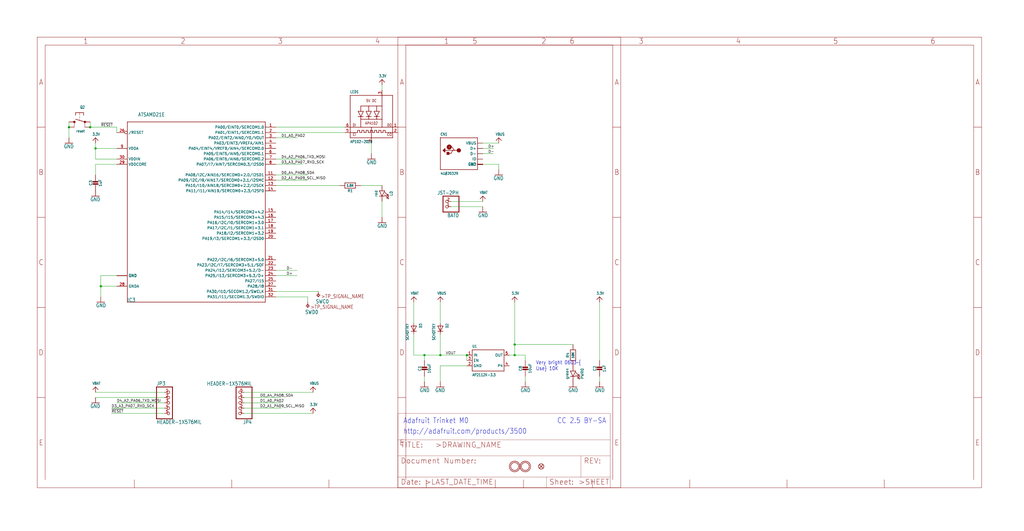
<source format=kicad_sch>
(kicad_sch (version 20211123) (generator eeschema)
  (paper "User" 490.22 254.406)
  (lib_symbols
    (symbol "eagleSchem-eagle-import:3.3V" (power)
      (property "Value" "3.3V" (at -1.524 1.016 0))
      (symbol "3.3V_1_0"
        (polyline (pts (xy -1.27 -1.27) (xy 0 0)) (stroke (width 0.254)))
        (polyline (pts (xy 0 0) (xy 1.27 -1.27)) (stroke (width 0.254)))
        (pin power_in line (at 0 -2.54 90) (length 2.54) (name "3.3V") (number "1"))
      )
    )
    (symbol "eagleSchem-eagle-import:APA1022020"
      (property "Value" "APA1022020" (at -10.16 -12.7 0))
      (symbol "APA1022020_1_0"
        (polyline (pts (xy -10.16 -10.16) (xy 0 -10.16)) (stroke (width 0.254)))
        (polyline (pts (xy -10.16 -7.62) (xy -10.16 -10.16)) (stroke (width 0.254)))
        (polyline (pts (xy -10.16 -7.62) (xy -6.604 -7.62)) (stroke (width 0.254)))
        (polyline (pts (xy -10.16 -5.08) (xy -10.16 -7.62)) (stroke (width 0.254)))
        (polyline (pts (xy -10.16 10.16) (xy -10.16 -5.08)) (stroke (width 0.254)))
        (polyline (pts (xy -6.604 -7.62) (xy -6.604 -6.604)) (stroke (width 0.254)))
        (polyline (pts (xy -6.604 -6.604) (xy -5.588 -6.604)) (stroke (width 0.254)))
        (polyline (pts (xy -6.35 0) (xy -5.08 0)) (stroke (width 0.254)))
        (polyline (pts (xy -6.35 2.54) (xy -5.08 2.54)) (stroke (width 0.254)))
        (polyline (pts (xy -5.588 -7.62) (xy -4.572 -7.62)) (stroke (width 0.254)))
        (polyline (pts (xy -5.588 -6.604) (xy -5.588 -7.62)) (stroke (width 0.254)))
        (polyline (pts (xy -5.08 -5.08) (xy -10.16 -5.08)) (stroke (width 0.254)))
        (polyline (pts (xy -5.08 -5.08) (xy 0 -5.08)) (stroke (width 0.254)))
        (polyline (pts (xy -5.08 -1.27) (xy -5.08 -5.08)) (stroke (width 0.254)))
        (polyline (pts (xy -5.08 0) (xy -6.35 2.54)) (stroke (width 0.254)))
        (polyline (pts (xy -5.08 0) (xy -5.08 -1.27)) (stroke (width 0.254)))
        (polyline (pts (xy -5.08 0) (xy -3.81 2.54)) (stroke (width 0.254)))
        (polyline (pts (xy -5.08 2.54) (xy -3.81 2.54)) (stroke (width 0.254)))
        (polyline (pts (xy -5.08 5.08) (xy -5.08 2.54)) (stroke (width 0.254)))
        (polyline (pts (xy -4.572 -7.62) (xy -4.572 -6.604)) (stroke (width 0.254)))
        (polyline (pts (xy -4.572 -6.604) (xy -3.556 -6.604)) (stroke (width 0.254)))
        (polyline (pts (xy -3.81 0) (xy -5.08 0)) (stroke (width 0.254)))
        (polyline (pts (xy -3.556 -7.62) (xy -2.54 -7.62)) (stroke (width 0.254)))
        (polyline (pts (xy -3.556 -6.604) (xy -3.556 -7.62)) (stroke (width 0.254)))
        (polyline (pts (xy -2.54 -7.62) (xy -2.54 -6.604)) (stroke (width 0.254)))
        (polyline (pts (xy -2.54 -6.604) (xy -1.524 -6.604)) (stroke (width 0.254)))
        (polyline (pts (xy -2.54 0) (xy -1.27 0)) (stroke (width 0.254)))
        (polyline (pts (xy -2.54 2.54) (xy 0 2.54)) (stroke (width 0.254)))
        (polyline (pts (xy -1.524 -7.62) (xy -0.508 -7.62)) (stroke (width 0.254)))
        (polyline (pts (xy -1.524 -6.604) (xy -1.524 -7.62)) (stroke (width 0.254)))
        (polyline (pts (xy -1.27 -1.27) (xy -5.08 -1.27)) (stroke (width 0.254)))
        (polyline (pts (xy -1.27 0) (xy -2.54 2.54)) (stroke (width 0.254)))
        (polyline (pts (xy -1.27 0) (xy -1.27 -1.27)) (stroke (width 0.254)))
        (polyline (pts (xy -1.27 0) (xy 0 0)) (stroke (width 0.254)))
        (polyline (pts (xy -1.27 2.54) (xy -1.27 5.08)) (stroke (width 0.254)))
        (polyline (pts (xy -1.27 5.08) (xy -5.08 5.08)) (stroke (width 0.254)))
        (polyline (pts (xy -0.508 -7.62) (xy -0.508 -6.604)) (stroke (width 0.254)))
        (polyline (pts (xy -0.508 -6.604) (xy 0.508 -6.604)) (stroke (width 0.254)))
        (polyline (pts (xy 0 -10.16) (xy 10.16 -10.16)) (stroke (width 0.254)))
        (polyline (pts (xy 0 -5.08) (xy 0 -10.16)) (stroke (width 0.254)))
        (polyline (pts (xy 0 -5.08) (xy 5.08 -5.08)) (stroke (width 0.254)))
        (polyline (pts (xy 0 2.54) (xy -1.27 0)) (stroke (width 0.254)))
        (polyline (pts (xy 0.508 -7.62) (xy 1.524 -7.62)) (stroke (width 0.254)))
        (polyline (pts (xy 0.508 -6.604) (xy 0.508 -7.62)) (stroke (width 0.254)))
        (polyline (pts (xy 1.27 2.54) (xy 2.54 0)) (stroke (width 0.254)))
        (polyline (pts (xy 1.27 2.54) (xy 2.54 2.54)) (stroke (width 0.254)))
        (polyline (pts (xy 1.524 -7.62) (xy 1.524 -6.604)) (stroke (width 0.254)))
        (polyline (pts (xy 1.524 -6.604) (xy 2.54 -6.604)) (stroke (width 0.254)))
        (polyline (pts (xy 2.54 -7.62) (xy 3.556 -7.62)) (stroke (width 0.254)))
        (polyline (pts (xy 2.54 -6.604) (xy 2.54 -7.62)) (stroke (width 0.254)))
        (polyline (pts (xy 2.54 -1.27) (xy -1.27 -1.27)) (stroke (width 0.254)))
        (polyline (pts (xy 2.54 0) (xy 1.27 0)) (stroke (width 0.254)))
        (polyline (pts (xy 2.54 0) (xy 2.54 -1.27)) (stroke (width 0.254)))
        (polyline (pts (xy 2.54 0) (xy 3.81 0)) (stroke (width 0.254)))
        (polyline (pts (xy 2.54 0) (xy 3.81 2.54)) (stroke (width 0.254)))
        (polyline (pts (xy 2.54 2.54) (xy 2.54 5.08)) (stroke (width 0.254)))
        (polyline (pts (xy 2.54 5.08) (xy -1.27 5.08)) (stroke (width 0.254)))
        (polyline (pts (xy 2.54 5.08) (xy 5.08 5.08)) (stroke (width 0.254)))
        (polyline (pts (xy 3.556 -7.62) (xy 3.556 -6.604)) (stroke (width 0.254)))
        (polyline (pts (xy 3.556 -6.604) (xy 4.572 -6.604)) (stroke (width 0.254)))
        (polyline (pts (xy 3.81 2.54) (xy 2.54 2.54)) (stroke (width 0.254)))
        (polyline (pts (xy 4.572 -7.62) (xy 5.588 -7.62)) (stroke (width 0.254)))
        (polyline (pts (xy 4.572 -6.604) (xy 4.572 -7.62)) (stroke (width 0.254)))
        (polyline (pts (xy 5.08 -5.08) (xy 5.08 -1.27)) (stroke (width 0.254)))
        (polyline (pts (xy 5.08 -5.08) (xy 10.16 -5.08)) (stroke (width 0.254)))
        (polyline (pts (xy 5.08 -1.27) (xy 2.54 -1.27)) (stroke (width 0.254)))
        (polyline (pts (xy 5.08 5.08) (xy 5.08 -1.27)) (stroke (width 0.254)))
        (polyline (pts (xy 5.08 10.16) (xy -10.16 10.16)) (stroke (width 0.254)))
        (polyline (pts (xy 5.08 10.16) (xy 5.08 5.08)) (stroke (width 0.254)))
        (polyline (pts (xy 5.588 -7.62) (xy 5.588 -6.604)) (stroke (width 0.254)))
        (polyline (pts (xy 5.588 -6.604) (xy 6.604 -6.604)) (stroke (width 0.254)))
        (polyline (pts (xy 6.604 -7.62) (xy 10.16 -7.62)) (stroke (width 0.254)))
        (polyline (pts (xy 6.604 -6.604) (xy 6.604 -7.62)) (stroke (width 0.254)))
        (polyline (pts (xy 10.16 -10.16) (xy 10.16 -7.62)) (stroke (width 0.254)))
        (polyline (pts (xy 10.16 -7.62) (xy 10.16 -5.08)) (stroke (width 0.254)))
        (polyline (pts (xy 10.16 -5.08) (xy 10.16 10.16)) (stroke (width 0.254)))
        (polyline (pts (xy 10.16 10.16) (xy 5.08 10.16)) (stroke (width 0.254)))
        (text "5V DC" (at 0 7.62 0) (effects (font (size 1.27 1.0795))))
        (text "APA102" (at 0 -3.175 0) (effects (font (size 1.27 1.0795))))
        (text "CI" (at -8.128 -8.636 0) (effects (font (size 1.27 1.0795))))
        (text "CO" (at 8.636 -8.636 0) (effects (font (size 1.27 1.0795))))
        (text "DI" (at -8.128 -4.064 0) (effects (font (size 1.27 1.0795))))
        (text "DO" (at 8.636 -4.064 0) (effects (font (size 1.27 1.0795))))
        (pin output line (at 12.7 -5.08 180) (length 2.54) (name "DO") (number "1"))
        (pin output line (at 12.7 -7.62 180) (length 2.54) (name "CKO") (number "2"))
        (pin power_in line (at 5.08 12.7 270) (length 2.54) (name "VDD") (number "3"))
        (pin power_in line (at 0 -12.7 90) (length 2.54) (name "GND") (number "4"))
        (pin input line (at -12.7 -7.62 0) (length 2.54) (name "CKI") (number "5"))
        (pin input line (at -12.7 -5.08 0) (length 2.54) (name "DI") (number "6"))
      )
    )
    (symbol "eagleSchem-eagle-import:ATSAMD21E"
      (property "Reference" "IC" (at -35.56 -43.18 0))
      (property "Value" "ATSAMD21E" (at -30.48 45.72 0))
      (symbol "ATSAMD21E_1_0"
        (polyline (pts (xy -35.56 -43.18) (xy -35.56 43.18)) (stroke (width 0.254)))
        (polyline (pts (xy -35.56 43.18) (xy 30.48 43.18)) (stroke (width 0.254)))
        (polyline (pts (xy 30.48 -43.18) (xy -35.56 -43.18)) (stroke (width 0.254)))
        (polyline (pts (xy 30.48 43.18) (xy 30.48 -43.18)) (stroke (width 0.254)))
        (pin bidirectional line (at 35.56 40.64 180) (length 5.08) (name "PA00/EINT0/SERCOM1.0") (number "1"))
        (pin power_in line (at -40.64 -30.48 0) (length 5.08) (name "GND") (number "10"))
        (pin bidirectional line (at 35.56 17.78 180) (length 5.08) (name "PA08/I2C/AIN16/SERCOM0+2.0/I2SD1") (number "11"))
        (pin bidirectional line (at 35.56 15.24 180) (length 5.08) (name "PA09/I2C/I9/AIN17/SERCOM0+2.1/I2SMC") (number "12"))
        (pin bidirectional line (at 35.56 12.7 180) (length 5.08) (name "PA10/I10/AIN18/SERCOM0+2.2/I2SCK") (number "13"))
        (pin bidirectional line (at 35.56 10.16 180) (length 5.08) (name "PA11/I11/AIN19/SERCOM0+2.3/I2SF0") (number "14"))
        (pin bidirectional line (at 35.56 0 180) (length 5.08) (name "PA14/I14/SERCOM2+4.2") (number "15"))
        (pin bidirectional line (at 35.56 -2.54 180) (length 5.08) (name "PA15/I15/SERCOM3+4.3") (number "16"))
        (pin bidirectional line (at 35.56 -5.08 180) (length 5.08) (name "PA16/I2C/I0/SERCOM1+3.0") (number "17"))
        (pin bidirectional line (at 35.56 -7.62 180) (length 5.08) (name "PA17/I2C/I1/SERCOM1+3.1") (number "18"))
        (pin bidirectional line (at 35.56 -10.16 180) (length 5.08) (name "PA18/I2/SERCOM1+3.2") (number "19"))
        (pin bidirectional line (at 35.56 38.1 180) (length 5.08) (name "PA01/EINT1/SERCOM1.1") (number "2"))
        (pin bidirectional line (at 35.56 -12.7 180) (length 5.08) (name "PA19/I3/SERCOM1+3.3/I2SD0") (number "20"))
        (pin bidirectional line (at 35.56 -22.86 180) (length 5.08) (name "PA22/I2C/I6/SERCOM3+5.0") (number "21"))
        (pin bidirectional line (at 35.56 -25.4 180) (length 5.08) (name "PA23/I2C/I7/SERCOM3+5.1/SOF") (number "22"))
        (pin bidirectional line (at 35.56 -27.94 180) (length 5.08) (name "PA24/I12/SERCOM3+5.2/D-") (number "23"))
        (pin bidirectional line (at 35.56 -30.48 180) (length 5.08) (name "PA25/I13/SERCOM3+5.3/D+") (number "24"))
        (pin bidirectional line (at 35.56 -33.02 180) (length 5.08) (name "PA27/I15") (number "25"))
        (pin bidirectional inverted (at -40.64 38.1 0) (length 5.08) (name "/RESET") (number "26"))
        (pin bidirectional line (at 35.56 -35.56 180) (length 5.08) (name "PA28/I8") (number "27"))
        (pin power_in line (at -40.64 -35.56 0) (length 5.08) (name "GNDA") (number "28"))
        (pin power_in line (at -40.64 22.86 0) (length 5.08) (name "VDDCORE") (number "29"))
        (pin bidirectional line (at 35.56 35.56 180) (length 5.08) (name "PA02/EINT2/AIN0/Y0/VOUT") (number "3"))
        (pin power_in line (at -40.64 25.4 0) (length 5.08) (name "VDDIN") (number "30"))
        (pin bidirectional line (at 35.56 -38.1 180) (length 5.08) (name "PA30/I10/SECOM1.2/SWCLK") (number "31"))
        (pin bidirectional line (at 35.56 -40.64 180) (length 5.08) (name "PA31/I11/SECOM1.3/SWDIO") (number "32"))
        (pin power_in line (at -40.64 -30.48 0) (length 5.08) (name "GND") (number "33"))
        (pin bidirectional line (at 35.56 33.02 180) (length 5.08) (name "PA03/EINT3/VREFA/AIN1") (number "4"))
        (pin bidirectional line (at 35.56 30.48 180) (length 5.08) (name "PA04/EINT4/VREFB/AIN4/SERCOM0.0") (number "5"))
        (pin bidirectional line (at 35.56 27.94 180) (length 5.08) (name "PA05/EINT5/AIN5/SERCOM0.1") (number "6"))
        (pin bidirectional line (at 35.56 25.4 180) (length 5.08) (name "PA06/EINT6/AIN6/SERCOM0.2") (number "7"))
        (pin bidirectional line (at 35.56 22.86 180) (length 5.08) (name "PA07/I7/AIN7/SERCOM0.3/I2SD0") (number "8"))
        (pin power_in line (at -40.64 30.48 0) (length 5.08) (name "VDDA") (number "9"))
      )
    )
    (symbol "eagleSchem-eagle-import:CAP_CERAMIC0603_NO"
      (property "Reference" "C" (at -2.29 1.25 90))
      (property "Value" "CAP_CERAMIC0603_NO" (at 2.3 1.25 90))
      (symbol "CAP_CERAMIC0603_NO_1_0"
        (rectangle (start -1.27 0.508) (end 1.27 1.016) (fill (type outline)))
        (rectangle (start -1.27 1.524) (end 1.27 2.032) (fill (type outline)))
        (polyline (pts (xy 0 0.762) (xy 0 0)) (stroke (width 0.1524)))
        (polyline (pts (xy 0 2.54) (xy 0 1.778)) (stroke (width 0.1524)))
        (pin passive line (at 0 5.08 270) (length 2.54) (name "1") (number "1"))
        (pin passive line (at 0 -2.54 90) (length 2.54) (name "2") (number "2"))
      )
    )
    (symbol "eagleSchem-eagle-import:CAP_CERAMIC0805-NOOUTLINE"
      (property "Reference" "C" (at -2.29 1.25 90))
      (property "Value" "CAP_CERAMIC0805-NOOUTLINE" (at 2.3 1.25 90))
      (symbol "CAP_CERAMIC0805-NOOUTLINE_1_0"
        (rectangle (start -1.27 0.508) (end 1.27 1.016) (fill (type outline)))
        (rectangle (start -1.27 1.524) (end 1.27 2.032) (fill (type outline)))
        (polyline (pts (xy 0 0.762) (xy 0 0)) (stroke (width 0.1524)))
        (polyline (pts (xy 0 2.54) (xy 0 1.778)) (stroke (width 0.1524)))
        (pin passive line (at 0 5.08 270) (length 2.54) (name "1") (number "1"))
        (pin passive line (at 0 -2.54 90) (length 2.54) (name "2") (number "2"))
      )
    )
    (symbol "eagleSchem-eagle-import:CON_JST_PH_2PIN"
      (property "Reference" "X" (at -6.35 5.715 0))
      (property "Value" "CON_JST_PH_2PIN" (at -6.35 -5.08 0))
      (symbol "CON_JST_PH_2PIN_1_0"
        (polyline (pts (xy -6.35 -2.54) (xy 1.27 -2.54)) (stroke (width 0.4064)))
        (polyline (pts (xy -6.35 5.08) (xy -6.35 -2.54)) (stroke (width 0.4064)))
        (polyline (pts (xy 1.27 -2.54) (xy 1.27 5.08)) (stroke (width 0.4064)))
        (polyline (pts (xy 1.27 5.08) (xy -6.35 5.08)) (stroke (width 0.4064)))
        (pin passive inverted (at -2.54 2.54 0) (length 2.54) (name "1") (number "1"))
        (pin passive inverted (at -2.54 0 0) (length 2.54) (name "2") (number "2"))
      )
    )
    (symbol "eagleSchem-eagle-import:DIODE_SOD-123FL"
      (property "Reference" "D" (at -2.54 2.54 0))
      (property "Value" "DIODE_SOD-123FL" (at -2.54 -3.81 0))
      (symbol "DIODE_SOD-123FL_1_0"
        (polyline (pts (xy -1.27 -1.27) (xy 1.27 0)) (stroke (width 0.254)))
        (polyline (pts (xy -1.27 1.27) (xy -1.27 -1.27)) (stroke (width 0.254)))
        (polyline (pts (xy 1.27 0) (xy -1.27 1.27)) (stroke (width 0.254)))
        (polyline (pts (xy 1.27 0) (xy 1.27 -1.27)) (stroke (width 0.254)))
        (polyline (pts (xy 1.27 1.27) (xy 1.27 0)) (stroke (width 0.254)))
        (pin passive line (at -2.54 0 0) (length 2.54) (name "A") (number "A"))
        (pin passive line (at 2.54 0 180) (length 2.54) (name "C") (number "C"))
      )
    )
    (symbol "eagleSchem-eagle-import:FIDUCIAL_1MM"
      (symbol "FIDUCIAL_1MM_1_0"
        (polyline (pts (xy -0.762 0.762) (xy 0.762 -0.762)) (stroke (width 0.254)))
        (polyline (pts (xy 0.762 0.762) (xy -0.762 -0.762)) (stroke (width 0.254)))
        (circle (center 0 0) (radius 1.27) (stroke (width 0.254)))
      )
    )
    (symbol "eagleSchem-eagle-import:FRAME_A_L"
      (symbol "FRAME_A_L_0_0"
        (polyline (pts (xy 0 43.18) (xy 3.81 43.18)))
        (polyline (pts (xy 0 86.36) (xy 3.81 86.36)))
        (polyline (pts (xy 0 129.54) (xy 3.81 129.54)))
        (polyline (pts (xy 0 172.72) (xy 3.81 172.72)))
        (polyline (pts (xy 3.81 3.81) (xy 3.81 212.09)))
        (polyline (pts (xy 46.5667 0) (xy 46.5667 3.81)))
        (polyline (pts (xy 93.1333 0) (xy 93.1333 3.81)))
        (polyline (pts (xy 139.7 0) (xy 139.7 3.81)))
        (polyline (pts (xy 186.2667 0) (xy 186.2667 3.81)))
        (polyline (pts (xy 232.8333 0) (xy 232.8333 3.81)))
        (polyline (pts (xy 275.59 3.81) (xy 275.59 212.09)))
        (polyline (pts (xy 275.59 43.18) (xy 279.4 43.18)))
        (polyline (pts (xy 275.59 86.36) (xy 279.4 86.36)))
        (polyline (pts (xy 275.59 129.54) (xy 279.4 129.54)))
        (polyline (pts (xy 275.59 172.72) (xy 279.4 172.72)))
        (polyline (pts (xy 275.59 212.09) (xy 3.81 212.09)))
        (polyline (pts (xy 0 0) (xy 279.4 0) (xy 279.4 215.9) (xy 0 215.9) (xy 0 0)))
        (text "1" (at 23.2833 213.995 0) (effects (font (size 2.54 2.286))))
        (text "2" (at 69.85 213.995 0) (effects (font (size 2.54 2.286))))
        (text "3" (at 116.4167 213.995 0) (effects (font (size 2.54 2.286))))
        (text "4" (at 162.9833 213.995 0) (effects (font (size 2.54 2.286))))
        (text "5" (at 209.55 213.995 0) (effects (font (size 2.54 2.286))))
        (text "6" (at 256.1167 213.995 0) (effects (font (size 2.54 2.286))))
        (text "A" (at 1.905 194.31 0) (effects (font (size 2.54 2.286))))
        (text "A" (at 277.495 194.31 0) (effects (font (size 2.54 2.286))))
        (text "B" (at 1.905 151.13 0) (effects (font (size 2.54 2.286))))
        (text "B" (at 277.495 151.13 0) (effects (font (size 2.54 2.286))))
        (text "C" (at 1.905 107.95 0) (effects (font (size 2.54 2.286))))
        (text "C" (at 277.495 107.95 0) (effects (font (size 2.54 2.286))))
        (text "D" (at 1.905 64.77 0) (effects (font (size 2.54 2.286))))
        (text "D" (at 277.495 64.77 0) (effects (font (size 2.54 2.286))))
        (text "E" (at 1.905 21.59 0) (effects (font (size 2.54 2.286))))
        (text "E" (at 277.495 21.59 0) (effects (font (size 2.54 2.286))))
      )
      (symbol "FRAME_A_L_2_0"
        (polyline (pts (xy 0 0) (xy 0 5.08)) (stroke (width 0.1016)))
        (polyline (pts (xy 0 0) (xy 71.12 0)) (stroke (width 0.1016)))
        (polyline (pts (xy 0 5.08) (xy 0 15.24)) (stroke (width 0.1016)))
        (polyline (pts (xy 0 5.08) (xy 71.12 5.08)) (stroke (width 0.1016)))
        (polyline (pts (xy 0 15.24) (xy 0 22.86)) (stroke (width 0.1016)))
        (polyline (pts (xy 0 22.86) (xy 0 35.56)) (stroke (width 0.1016)))
        (polyline (pts (xy 0 22.86) (xy 101.6 22.86)) (stroke (width 0.1016)))
        (polyline (pts (xy 71.12 0) (xy 101.6 0)) (stroke (width 0.1016)))
        (polyline (pts (xy 71.12 5.08) (xy 71.12 0)) (stroke (width 0.1016)))
        (polyline (pts (xy 71.12 5.08) (xy 87.63 5.08)) (stroke (width 0.1016)))
        (polyline (pts (xy 87.63 5.08) (xy 101.6 5.08)) (stroke (width 0.1016)))
        (polyline (pts (xy 87.63 15.24) (xy 0 15.24)) (stroke (width 0.1016)))
        (polyline (pts (xy 87.63 15.24) (xy 87.63 5.08)) (stroke (width 0.1016)))
        (polyline (pts (xy 101.6 5.08) (xy 101.6 0)) (stroke (width 0.1016)))
        (polyline (pts (xy 101.6 15.24) (xy 87.63 15.24)) (stroke (width 0.1016)))
        (polyline (pts (xy 101.6 15.24) (xy 101.6 5.08)) (stroke (width 0.1016)))
        (polyline (pts (xy 101.6 22.86) (xy 101.6 15.24)) (stroke (width 0.1016)))
        (polyline (pts (xy 101.6 35.56) (xy 0 35.56)) (stroke (width 0.1016)))
        (polyline (pts (xy 101.6 35.56) (xy 101.6 22.86)) (stroke (width 0.1016)))
        (text ">DRAWING_NAME" (at 17.78 19.05 0) (effects (font (size 2.54 2.54)) (justify left bottom)))
        (text ">LAST_DATE_TIME" (at 12.7 1.27 0) (effects (font (size 2.54 2.54)) (justify left bottom)))
        (text ">SHEET" (at 86.36 1.27 0) (effects (font (size 2.54 2.54)) (justify left bottom)))
        (text "Date:" (at 1.27 1.27 0) (effects (font (size 2.54 2.54)) (justify left bottom)))
        (text "Document Number:" (at 1.27 11.43 0) (effects (font (size 2.54 2.54)) (justify left bottom)))
        (text "REV:" (at 88.9 11.43 0) (effects (font (size 2.54 2.54)) (justify left bottom)))
        (text "Sheet:" (at 72.39 1.27 0) (effects (font (size 2.54 2.54)) (justify left bottom)))
        (text "TITLE:" (at 1.27 19.05 0) (effects (font (size 2.54 2.54)) (justify left bottom)))
      )
    )
    (symbol "eagleSchem-eagle-import:GND" (power)
      (property "Value" "GND" (at -2.54 -2.54 0))
      (symbol "GND_1_0"
        (polyline (pts (xy -1.905 0) (xy 1.905 0)) (stroke (width 0.254)))
        (pin power_in line (at 0 2.54 270) (length 2.54) (name "GND") (number "1"))
      )
    )
    (symbol "eagleSchem-eagle-import:HEADER-1X576MIL"
      (property "Reference" "JP" (at -6.35 8.255 0))
      (property "Value" "HEADER-1X576MIL" (at -6.35 -10.16 0))
      (symbol "HEADER-1X576MIL_1_0"
        (polyline (pts (xy -6.35 -7.62) (xy 1.27 -7.62)) (stroke (width 0.4064)))
        (polyline (pts (xy -6.35 7.62) (xy -6.35 -7.62)) (stroke (width 0.4064)))
        (polyline (pts (xy 1.27 -7.62) (xy 1.27 7.62)) (stroke (width 0.4064)))
        (polyline (pts (xy 1.27 7.62) (xy -6.35 7.62)) (stroke (width 0.4064)))
        (pin passive inverted (at -2.54 5.08 0) (length 2.54) (name "1") (number "1"))
        (pin passive inverted (at -2.54 2.54 0) (length 2.54) (name "2") (number "2"))
        (pin passive inverted (at -2.54 0 0) (length 2.54) (name "3") (number "3"))
        (pin passive inverted (at -2.54 -2.54 0) (length 2.54) (name "4") (number "4"))
        (pin passive inverted (at -2.54 -5.08 0) (length 2.54) (name "5") (number "5"))
      )
    )
    (symbol "eagleSchem-eagle-import:LED0603_NOOUTLINE"
      (property "Reference" "D" (at -1.27 4.445 0))
      (property "Value" "LED0603_NOOUTLINE" (at -1.27 -2.794 0))
      (symbol "LED0603_NOOUTLINE_1_0"
        (polyline (pts (xy -2.54 -1.27) (xy 0 0)) (stroke (width 0.254)))
        (polyline (pts (xy -2.54 1.27) (xy -2.54 -1.27)) (stroke (width 0.254)))
        (polyline (pts (xy -1.905 1.27) (xy -0.635 2.54)) (stroke (width 0.254)))
        (polyline (pts (xy -0.9525 2.8575) (xy -0.3175 2.2225)) (stroke (width 0.254)))
        (polyline (pts (xy -0.635 1.27) (xy 0.635 2.54)) (stroke (width 0.254)))
        (polyline (pts (xy -0.3175 2.2225) (xy 0 3.175)) (stroke (width 0.254)))
        (polyline (pts (xy 0 0) (xy -2.54 1.27)) (stroke (width 0.254)))
        (polyline (pts (xy 0 0) (xy 0 -1.27)) (stroke (width 0.254)))
        (polyline (pts (xy 0 1.27) (xy 0 0)) (stroke (width 0.254)))
        (polyline (pts (xy 0 3.175) (xy -0.9525 2.8575)) (stroke (width 0.254)))
        (polyline (pts (xy 0.3175 2.8575) (xy 0.9525 2.2225)) (stroke (width 0.254)))
        (polyline (pts (xy 0.9525 2.2225) (xy 1.27 3.175)) (stroke (width 0.254)))
        (polyline (pts (xy 1.27 3.175) (xy 0.3175 2.8575)) (stroke (width 0.254)))
        (pin passive line (at -5.08 0 0) (length 2.54) (name "A") (number "A"))
        (pin passive line (at 2.54 0 180) (length 2.54) (name "C") (number "C"))
      )
    )
    (symbol "eagleSchem-eagle-import:MOUNTINGHOLE2.0"
      (symbol "MOUNTINGHOLE2.0_1_0"
        (circle (center 0 0) (radius 1.905) (stroke (width 0.254)))
        (circle (center 0 0) (radius 2.54) (stroke (width 0.254)))
      )
    )
    (symbol "eagleSchem-eagle-import:RESISTOR_0603_NOOUT"
      (property "Reference" "R" (at 0 2.54 0))
      (property "Value" "RESISTOR_0603_NOOUT" (at 0 0 0))
      (symbol "RESISTOR_0603_NOOUT_1_0"
        (polyline (pts (xy -2.54 -1.27) (xy -2.54 1.27)) (stroke (width 0.254)))
        (polyline (pts (xy -2.54 1.27) (xy 2.54 1.27)) (stroke (width 0.254)))
        (polyline (pts (xy 2.54 -1.27) (xy -2.54 -1.27)) (stroke (width 0.254)))
        (polyline (pts (xy 2.54 1.27) (xy 2.54 -1.27)) (stroke (width 0.254)))
        (pin passive line (at -5.08 0 0) (length 2.54) (name "1") (number "1"))
        (pin passive line (at 5.08 0 180) (length 2.54) (name "2") (number "2"))
      )
    )
    (symbol "eagleSchem-eagle-import:SWITCH_TACT_SMT4.6X2.8"
      (property "Reference" "SW" (at -2.54 6.35 0))
      (property "Value" "SWITCH_TACT_SMT4.6X2.8" (at -2.54 -5.08 0))
      (symbol "SWITCH_TACT_SMT4.6X2.8_1_0"
        (circle (center -2.54 0) (radius 0.127) (stroke (width 0.4064)))
        (polyline (pts (xy -2.54 -2.54) (xy -2.54 0)) (stroke (width 0.1524)))
        (polyline (pts (xy -2.54 0) (xy 1.905 1.27)) (stroke (width 0.254)))
        (polyline (pts (xy -1.905 4.445) (xy -1.905 3.175)) (stroke (width 0.254)))
        (polyline (pts (xy 0 1.27) (xy 0 0.635)) (stroke (width 0.1524)))
        (polyline (pts (xy 0 2.54) (xy 0 1.905)) (stroke (width 0.1524)))
        (polyline (pts (xy 0 4.445) (xy -1.905 4.445)) (stroke (width 0.254)))
        (polyline (pts (xy 0 4.445) (xy 0 3.175)) (stroke (width 0.1524)))
        (polyline (pts (xy 1.905 0) (xy 2.54 0)) (stroke (width 0.254)))
        (polyline (pts (xy 1.905 4.445) (xy 0 4.445)) (stroke (width 0.254)))
        (polyline (pts (xy 1.905 4.445) (xy 1.905 3.175)) (stroke (width 0.254)))
        (polyline (pts (xy 2.54 -2.54) (xy 2.54 0)) (stroke (width 0.1524)))
        (circle (center 2.54 0) (radius 0.127) (stroke (width 0.4064)))
        (pin passive line (at -5.08 0 0) (length 2.54) (name "P") (number "A"))
        (pin passive line (at -5.08 -2.54 0) (length 2.54) (name "P1") (number "A'"))
        (pin passive line (at 5.08 0 180) (length 2.54) (name "S") (number "B"))
        (pin passive line (at 5.08 -2.54 180) (length 2.54) (name "S1") (number "B'"))
      )
    )
    (symbol "eagleSchem-eagle-import:TPB1,27"
      (property "Reference" "TP" (at -1.27 1.27 0))
      (symbol "TPB1,27_1_0"
        (polyline (pts (xy -0.762 -0.762) (xy 0 0)) (stroke (width 0.254)))
        (polyline (pts (xy 0 -1.524) (xy -0.762 -0.762)) (stroke (width 0.254)))
        (polyline (pts (xy 0 0) (xy 0.762 -0.762)) (stroke (width 0.254)))
        (polyline (pts (xy 0.762 -0.762) (xy 0 -1.524)) (stroke (width 0.254)))
        (text ">TP_SIGNAL_NAME" (at 1.27 -1.27 0) (effects (font (size 1.778 1.5113)) (justify left bottom)))
        (pin input line (at 0 -2.54 90) (length 2.54) (name "TP") (number "TP"))
      )
    )
    (symbol "eagleSchem-eagle-import:USB_MICRO_20329_V2"
      (property "Reference" "X" (at -10.16 8.636 0))
      (property "Value" "USB_MICRO_20329_V2" (at -10.16 -10.16 0))
      (symbol "USB_MICRO_20329_V2_1_0"
        (rectangle (start -7.12 -0.45) (end -5.92 0.75) (fill (type outline)))
        (circle (center -5.92 3.2) (radius 0.2) (stroke (width 1)))
        (circle (center -1.32 1.6) (radius 0.5) (stroke (width 1)))
        (polyline (pts (xy -10.2 7.62) (xy -10.16 7.62)) (stroke (width 0.254)))
        (polyline (pts (xy -10.16 -7.62) (xy 7.62 -7.62)) (stroke (width 0.254)))
        (polyline (pts (xy -10.16 7.62) (xy -10.16 -7.62)) (stroke (width 0.254)))
        (polyline (pts (xy -10.16 7.62) (xy 7.62 7.62)) (stroke (width 0.254)))
        (polyline (pts (xy -8.92 1.6) (xy -8.12 2.4)) (stroke (width 0.254)))
        (polyline (pts (xy -8.52 1.4) (xy -8.32 1.2)) (stroke (width 0.254)))
        (polyline (pts (xy -8.52 1.6) (xy -8.52 1.4)) (stroke (width 0.254)))
        (polyline (pts (xy -8.32 1.2) (xy -8.32 2)) (stroke (width 0.254)))
        (polyline (pts (xy -8.32 2) (xy -8.72 1.6)) (stroke (width 0.254)))
        (polyline (pts (xy -8.12 0.8) (xy -8.92 1.6)) (stroke (width 0.254)))
        (polyline (pts (xy -8.12 1) (xy -8.12 2.4)) (stroke (width 0.254)))
        (polyline (pts (xy -8.12 2.4) (xy -7.92 2.4)) (stroke (width 0.254)))
        (polyline (pts (xy -7.92 0.8) (xy -8.12 0.8)) (stroke (width 0.254)))
        (polyline (pts (xy -7.92 1.6) (xy -7.92 0.8)) (stroke (width 0.254)))
        (polyline (pts (xy -7.92 2.4) (xy -7.92 1.6)) (stroke (width 0.254)))
        (polyline (pts (xy -6.27 0.15) (xy -5.07 0.15)) (stroke (width 0.254)))
        (polyline (pts (xy -5.52 3.2) (xy -4.52 3.2)) (stroke (width 0.254)))
        (polyline (pts (xy -5.07 0.15) (xy -4.22 1.6)) (stroke (width 0.254)))
        (polyline (pts (xy -4.52 3.2) (xy -3.47 1.6)) (stroke (width 0.254)))
        (polyline (pts (xy -4.22 1.6) (xy -7.92 1.6)) (stroke (width 0.254)))
        (polyline (pts (xy -3.47 1.6) (xy -4.22 1.6)) (stroke (width 0.254)))
        (polyline (pts (xy -1.32 1.6) (xy -3.47 1.6)) (stroke (width 0.254)))
        (polyline (pts (xy 7.62 7.62) (xy 7.62 -7.62)) (stroke (width 0.254)))
        (pin power_in line (at 10.16 -5.08 180) (length 2.54) (name "GND") (number "BASE@1"))
        (pin power_in line (at 10.16 -5.08 180) (length 2.54) (name "GND") (number "BASE@2"))
        (pin bidirectional line (at 10.16 2.54 180) (length 2.54) (name "D+") (number "D+"))
        (pin bidirectional line (at 10.16 0 180) (length 2.54) (name "D-") (number "D-"))
        (pin power_in line (at 10.16 -5.08 180) (length 2.54) (name "GND") (number "GND"))
        (pin bidirectional line (at 10.16 -2.54 180) (length 2.54) (name "ID") (number "ID"))
        (pin power_in line (at 10.16 -5.08 180) (length 2.54) (name "GND") (number "SPRT@1"))
        (pin power_in line (at 10.16 -5.08 180) (length 2.54) (name "GND") (number "SPRT@2"))
        (pin power_in line (at 10.16 -5.08 180) (length 2.54) (name "GND") (number "SPRT@3"))
        (pin power_in line (at 10.16 -5.08 180) (length 2.54) (name "GND") (number "SPRT@4"))
        (pin power_in line (at 10.16 5.08 180) (length 2.54) (name "VBUS") (number "VBUS"))
      )
    )
    (symbol "eagleSchem-eagle-import:VBAT" (power)
      (property "Value" "VBAT" (at -1.524 1.016 0))
      (symbol "VBAT_1_0"
        (polyline (pts (xy -1.27 -1.27) (xy 0 0)) (stroke (width 0.254)))
        (polyline (pts (xy 0 0) (xy 1.27 -1.27)) (stroke (width 0.254)))
        (pin power_in line (at 0 -2.54 90) (length 2.54) (name "VBAT") (number "1"))
      )
    )
    (symbol "eagleSchem-eagle-import:VBUS" (power)
      (property "Value" "VBUS" (at -1.524 1.016 0))
      (symbol "VBUS_1_0"
        (polyline (pts (xy -1.27 -1.27) (xy 0 0)) (stroke (width 0.254)))
        (polyline (pts (xy 0 0) (xy 1.27 -1.27)) (stroke (width 0.254)))
        (pin power_in line (at 0 -2.54 90) (length 2.54) (name "VBUS") (number "1"))
      )
    )
    (symbol "eagleSchem-eagle-import:VREG_SOT23-5"
      (property "Reference" "U" (at -7.62 6.096 0))
      (property "Value" "VREG_SOT23-5" (at -7.62 -7.62 0))
      (symbol "VREG_SOT23-5_1_0"
        (polyline (pts (xy -7.62 -5.08) (xy -7.62 5.08)) (stroke (width 0.254)))
        (polyline (pts (xy -7.62 5.08) (xy 7.62 5.08)) (stroke (width 0.254)))
        (polyline (pts (xy 7.62 -5.08) (xy -7.62 -5.08)) (stroke (width 0.254)))
        (polyline (pts (xy 7.62 5.08) (xy 7.62 -5.08)) (stroke (width 0.254)))
        (pin power_in line (at -10.16 2.54 0) (length 2.54) (name "IN") (number "1"))
        (pin power_in line (at -10.16 -2.54 0) (length 2.54) (name "GND") (number "2"))
        (pin input line (at -10.16 0 0) (length 2.54) (name "EN") (number "3"))
        (pin bidirectional line (at 10.16 -2.54 180) (length 2.54) (name "P4") (number "4"))
        (pin power_in line (at 10.16 2.54 180) (length 2.54) (name "OUT") (number "5"))
      )
    )
  )
  (junction (at 33.02 60.96))
  (junction (at 223.52 170.18))
  (junction (at 45.72 71.12))
  (junction (at 246.38 165.1))
  (junction (at 210.82 170.18))
  (junction (at 48.26 137.16))
  (junction (at 203.2 170.18))
  (junction (at 246.38 170.18))
  (junction (at 43.18 60.96))
  (wire (pts (xy 203.2 170.18) (xy 198.12 170.18)))
  (wire (pts (xy 132.08 142.24) (xy 147.32 142.24)))
  (wire (pts (xy 43.18 60.96) (xy 55.88 60.96)))
  (wire (pts (xy 142.24 132.08) (xy 132.08 132.08)))
  (wire (pts (xy 55.88 76.2) (xy 45.72 76.2)))
  (wire (pts (xy 182.88 96.52) (xy 182.88 104.14)))
  (wire (pts (xy 132.08 83.82) (xy 147.32 83.82)))
  (wire (pts (xy 246.38 170.18) (xy 251.46 170.18)))
  (wire (pts (xy 134.62 193.04) (xy 116.84 193.04)))
  (wire (pts (xy 198.12 144.78) (xy 198.12 154.94)))
  (wire (pts (xy 55.88 71.12) (xy 45.72 71.12)))
  (wire (pts (xy 78.74 190.5) (xy 45.72 190.5)))
  (wire (pts (xy 78.74 187.96) (xy 45.72 187.96)))
  (wire (pts (xy 55.88 132.08) (xy 48.26 132.08)))
  (wire (pts (xy 231.14 73.66) (xy 236.22 73.66)))
  (wire (pts (xy 132.08 88.9) (xy 162.56 88.9)))
  (wire (pts (xy 149.86 198.12) (xy 116.84 198.12)))
  (wire (pts (xy 238.76 68.58) (xy 231.14 68.58)))
  (wire (pts (xy 203.2 182.88) (xy 203.2 180.34)))
  (wire (pts (xy 246.38 165.1) (xy 274.32 165.1)))
  (wire (pts (xy 182.88 43.18) (xy 182.88 40.64)))
  (wire (pts (xy 251.46 170.18) (xy 251.46 172.72)))
  (wire (pts (xy 132.08 63.5) (xy 165.1 63.5)))
  (wire (pts (xy 210.82 170.18) (xy 203.2 170.18)))
  (wire (pts (xy 287.02 144.78) (xy 287.02 172.72)))
  (wire (pts (xy 231.14 99.06) (xy 215.9 99.06)))
  (wire (pts (xy 246.38 170.18) (xy 246.38 165.1)))
  (wire (pts (xy 43.18 60.96) (xy 43.18 58.42)))
  (wire (pts (xy 223.52 172.72) (xy 223.52 170.18)))
  (wire (pts (xy 246.38 170.18) (xy 243.84 170.18)))
  (wire (pts (xy 231.14 78.74) (xy 238.76 78.74)))
  (wire (pts (xy 48.26 132.08) (xy 48.26 137.16)))
  (wire (pts (xy 147.32 86.36) (xy 132.08 86.36)))
  (wire (pts (xy 45.72 76.2) (xy 45.72 71.12)))
  (wire (pts (xy 238.76 78.74) (xy 238.76 81.28)))
  (wire (pts (xy 132.08 66.04) (xy 142.24 66.04)))
  (wire (pts (xy 55.88 137.16) (xy 48.26 137.16)))
  (wire (pts (xy 78.74 193.04) (xy 55.88 193.04)))
  (wire (pts (xy 132.08 139.7) (xy 152.4 139.7)))
  (wire (pts (xy 55.88 78.74) (xy 45.72 78.74)))
  (wire (pts (xy 210.82 170.18) (xy 223.52 170.18)))
  (wire (pts (xy 33.02 66.04) (xy 33.02 60.96)))
  (wire (pts (xy 198.12 170.18) (xy 198.12 160.02)))
  (wire (pts (xy 78.74 195.58) (xy 53.34 195.58)))
  (wire (pts (xy 251.46 182.88) (xy 251.46 180.34)))
  (wire (pts (xy 215.9 96.52) (xy 231.14 96.52)))
  (wire (pts (xy 172.72 88.9) (xy 182.88 88.9)))
  (wire (pts (xy 210.82 175.26) (xy 210.82 182.88)))
  (wire (pts (xy 116.84 187.96) (xy 149.86 187.96)))
  (wire (pts (xy 132.08 78.74) (xy 144.78 78.74)))
  (wire (pts (xy 147.32 142.24) (xy 147.32 144.78)))
  (wire (pts (xy 203.2 172.72) (xy 203.2 170.18)))
  (wire (pts (xy 33.02 58.42) (xy 33.02 60.96)))
  (wire (pts (xy 48.26 137.16) (xy 48.26 142.24)))
  (wire (pts (xy 144.78 76.2) (xy 132.08 76.2)))
  (wire (pts (xy 177.8 68.58) (xy 177.8 73.66)))
  (wire (pts (xy 134.62 195.58) (xy 116.84 195.58)))
  (wire (pts (xy 45.72 71.12) (xy 45.72 68.58)))
  (wire (pts (xy 231.14 71.12) (xy 236.22 71.12)))
  (wire (pts (xy 210.82 160.02) (xy 210.82 170.18)))
  (wire (pts (xy 132.08 129.54) (xy 142.24 129.54)))
  (wire (pts (xy 223.52 175.26) (xy 210.82 175.26)))
  (wire (pts (xy 132.08 60.96) (xy 165.1 60.96)))
  (wire (pts (xy 45.72 78.74) (xy 45.72 83.82)))
  (wire (pts (xy 78.74 198.12) (xy 53.34 198.12)))
  (wire (pts (xy 116.84 190.5) (xy 134.62 190.5)))
  (wire (pts (xy 55.88 60.96) (xy 55.88 63.5)))
  (wire (pts (xy 210.82 154.94) (xy 210.82 144.78)))
  (wire (pts (xy 287.02 182.88) (xy 287.02 180.34)))
  (wire (pts (xy 246.38 144.78) (xy 246.38 165.1)))
  (text "CC 2.5 BY-SA" (at 266.7 203.2 180) (effects (font (size 2.54 2.159)) (justify left bottom)))
  (text "Adafruit Trinket M0" (at 193.04 203.2 180) (effects (font (size 2.54 2.159)) (justify left bottom)))
  (text "http://adafruit.com/products/3500" (at 193.04 208.28 180) (effects (font (size 2.54 2.159)) (justify left bottom)))
  (text "Very bright 0603~{\nUse} 10K" (at 256.54 177.8 180) (effects (font (size 1.778 1.5113)) (justify left bottom)))
  (label "D-" (at 137.16 129.54 0) (effects (font (size 1.2446 1.2446))))
  (label "D4_A2_PA06_TXD_MOSI" (at 55.88 193.04 0) (effects (font (size 1.2446 1.2446))))
  (label "D0_A4_PA08_SDA" (at 124.46 190.5 0) (effects (font (size 1.2446 1.2446))))
  (label "D1_A0_PA02" (at 134.62 66.04 0) (effects (font (size 1.2446 1.2446))))
  (label "D-" (at 233.68 73.66 0) (effects (font (size 1.2446 1.2446))))
  (label "D2_A1_PA09_SCL_MISO" (at 134.62 86.36 0) (effects (font (size 1.2446 1.2446))))
  (label "D1_A0_PA02" (at 124.46 193.04 0) (effects (font (size 1.2446 1.2446))))
  (label "D3_A3_PA07_RXD_SCK" (at 134.62 78.74 0) (effects (font (size 1.2446 1.2446))))
  (label "~{RESET}" (at 53.34 198.12 0) (effects (font (size 1.2446 1.2446))))
  (label "D0_A4_PA08_SDA" (at 134.62 83.82 0) (effects (font (size 1.2446 1.2446))))
  (label "D4_A2_PA06_TXD_MOSI" (at 134.62 76.2 0) (effects (font (size 1.2446 1.2446))))
  (label "VOUT" (at 213.36 170.18 0) (effects (font (size 1.2446 1.2446))))
  (label "~{RESET}" (at 48.26 60.96 0) (effects (font (size 1.2446 1.2446))))
  (label "D+" (at 137.16 132.08 0) (effects (font (size 1.2446 1.2446))))
  (label "D3_A3_PA07_RXD_SCK" (at 53.34 195.58 0) (effects (font (size 1.2446 1.2446))))
  (label "D+" (at 233.68 71.12 0) (effects (font (size 1.2446 1.2446))))
  (label "D2_A1_PA09_SCL_MISO" (at 124.46 195.58 0) (effects (font (size 1.2446 1.2446))))
  (symbol (lib_id "eagleSchem-eagle-import:CAP_CERAMIC0805-NOOUTLINE") (at 203.2 177.8 0) (unit 1)
    (property "Reference" "C1" (at 200.91 176.55 90))
    (property "Value" "10uF" (at 205.5 176.55 90))
    (property "Footprint" "eagleSchem:0805-NO" (effects hide))
  )
  (symbol (lib_id "eagleSchem-eagle-import:GND") (at 182.88 106.68 0) (mirror y) (unit 1)
    (property "Reference" "#GND4" (effects hide))
    (property "Value" "GND" (at 185.42 109.22 0) (effects (font (size 1.778 1.5113)) (justify left bottom)))
    (property "Footprint" "eagleSchem:" (effects hide))
  )
  (symbol (lib_id "eagleSchem-eagle-import:USB_MICRO_20329_V2") (at 220.98 73.66 0) (unit 1)
    (property "Reference" "CN1" (at 210.82 65.024 0) (effects (font (size 1.27 1.0795)) (justify left bottom)))
    (property "Value" "4U#20329" (at 210.82 83.82 0) (effects (font (size 1.27 1.0795)) (justify left bottom)))
    (property "Footprint" "eagleSchem:4UCONN_20329_V2" (effects hide))
  )
  (symbol (lib_id "eagleSchem-eagle-import:GND") (at 177.8 76.2 0) (mirror y) (unit 1)
    (property "Reference" "#GND19" (effects hide))
    (property "Value" "GND" (at 180.34 78.74 0) (effects (font (size 1.778 1.5113)) (justify left bottom)))
    (property "Footprint" "eagleSchem:" (effects hide))
  )
  (symbol (lib_id "eagleSchem-eagle-import:3.3V") (at 182.88 38.1 0) (unit 1)
    (property "Reference" "#U$19" (effects hide))
    (property "Value" "3.3V" (at 181.356 37.084 0) (effects (font (size 1.27 1.0795)) (justify left bottom)))
    (property "Footprint" "eagleSchem:" (effects hide))
  )
  (symbol (lib_id "eagleSchem-eagle-import:3.3V") (at 246.38 142.24 0) (unit 1)
    (property "Reference" "#U$16" (effects hide))
    (property "Value" "3.3V" (at 244.856 141.224 0) (effects (font (size 1.27 1.0795)) (justify left bottom)))
    (property "Footprint" "eagleSchem:" (effects hide))
  )
  (symbol (lib_id "eagleSchem-eagle-import:FIDUCIAL_1MM") (at 259.08 223.52 0) (unit 1)
    (property "Reference" "U$6" (effects hide))
    (property "Value" "FIDUCIAL_1MM" (effects hide))
    (property "Footprint" "eagleSchem:FIDUCIAL_1MM" (effects hide))
  )
  (symbol (lib_id "eagleSchem-eagle-import:VBAT") (at 231.14 93.98 0) (unit 1)
    (property "Reference" "#U$7" (effects hide))
    (property "Value" "VBAT" (at 229.616 92.964 0) (effects (font (size 1.27 1.0795)) (justify left bottom)))
    (property "Footprint" "eagleSchem:" (effects hide))
  )
  (symbol (lib_id "eagleSchem-eagle-import:GND") (at 274.32 185.42 0) (mirror y) (unit 1)
    (property "Reference" "#GND6" (effects hide))
    (property "Value" "GND" (at 276.86 187.96 0) (effects (font (size 1.778 1.5113)) (justify left bottom)))
    (property "Footprint" "eagleSchem:" (effects hide))
  )
  (symbol (lib_id "eagleSchem-eagle-import:VREG_SOT23-5") (at 233.68 172.72 0) (unit 1)
    (property "Reference" "U1" (at 226.06 166.624 0) (effects (font (size 1.27 1.0795)) (justify left bottom)))
    (property "Value" "AP2112K-3.3" (at 226.06 180.34 0) (effects (font (size 1.27 1.0795)) (justify left bottom)))
    (property "Footprint" "eagleSchem:SOT23-5" (effects hide))
  )
  (symbol (lib_id "eagleSchem-eagle-import:VBUS") (at 210.82 142.24 0) (unit 1)
    (property "Reference" "#U$3" (effects hide))
    (property "Value" "VBUS" (at 209.296 141.224 0) (effects (font (size 1.27 1.0795)) (justify left bottom)))
    (property "Footprint" "eagleSchem:" (effects hide))
  )
  (symbol (lib_id "eagleSchem-eagle-import:TPB1,27") (at 147.32 147.32 0) (mirror x) (unit 1)
    (property "Reference" "SWD0" (at 146.05 148.59 0) (effects (font (size 1.778 1.5113)) (justify left bottom)))
    (property "Value" "TPB1,27" (effects hide))
    (property "Footprint" "eagleSchem:B1,27" (effects hide))
  )
  (symbol (lib_id "eagleSchem-eagle-import:HEADER-1X576MIL") (at 81.28 193.04 0) (unit 1)
    (property "Reference" "JP3" (at 74.93 184.785 0) (effects (font (size 1.778 1.5113)) (justify left bottom)))
    (property "Value" "HEADER-1X576MIL" (at 74.93 203.2 0) (effects (font (size 1.778 1.5113)) (justify left bottom)))
    (property "Footprint" "eagleSchem:1X05_ROUND_76" (effects hide))
  )
  (symbol (lib_id "eagleSchem-eagle-import:GND") (at 210.82 185.42 0) (unit 1)
    (property "Reference" "#GND11" (effects hide))
    (property "Value" "GND" (at 208.28 187.96 0) (effects (font (size 1.778 1.5113)) (justify left bottom)))
    (property "Footprint" "eagleSchem:" (effects hide))
  )
  (symbol (lib_id "eagleSchem-eagle-import:GND") (at 238.76 83.82 0) (unit 1)
    (property "Reference" "#GND1" (effects hide))
    (property "Value" "GND" (at 236.22 86.36 0) (effects (font (size 1.778 1.5113)) (justify left bottom)))
    (property "Footprint" "eagleSchem:" (effects hide))
  )
  (symbol (lib_id "eagleSchem-eagle-import:3.3V") (at 149.86 195.58 0) (unit 1)
    (property "Reference" "#U$15" (effects hide))
    (property "Value" "3.3V" (at 148.336 194.564 0) (effects (font (size 1.27 1.0795)) (justify left bottom)))
    (property "Footprint" "eagleSchem:" (effects hide))
  )
  (symbol (lib_id "eagleSchem-eagle-import:DIODE_SOD-123FL") (at 210.82 157.48 270) (unit 1)
    (property "Reference" "D2" (at 213.36 154.94 0) (effects (font (size 1.27 1.0795)) (justify left bottom)))
    (property "Value" "SCHOTTKY" (at 207.01 154.94 0) (effects (font (size 1.27 1.0795)) (justify left bottom)))
    (property "Footprint" "eagleSchem:SOD-123FL" (effects hide))
  )
  (symbol (lib_id "eagleSchem-eagle-import:VBAT") (at 198.12 142.24 0) (unit 1)
    (property "Reference" "#U$4" (effects hide))
    (property "Value" "VBAT" (at 196.596 141.224 0) (effects (font (size 1.27 1.0795)) (justify left bottom)))
    (property "Footprint" "eagleSchem:" (effects hide))
  )
  (symbol (lib_id "eagleSchem-eagle-import:FRAME_A_L") (at 190.5 233.68 0) (unit 2)
    (property "Reference" "#FRAME1" (effects hide))
    (property "Value" "FRAME_A_L" (effects hide))
    (property "Footprint" "eagleSchem:" (effects hide))
  )
  (symbol (lib_id "eagleSchem-eagle-import:CON_JST_PH_2PIN") (at 213.36 96.52 180) (unit 1)
    (property "Reference" "BAT0" (at 219.71 102.235 0) (effects (font (size 1.778 1.5113)) (justify left bottom)))
    (property "Value" "JST-2PH" (at 219.71 91.44 0) (effects (font (size 1.778 1.5113)) (justify left bottom)))
    (property "Footprint" "eagleSchem:JSTPH2" (effects hide))
  )
  (symbol (lib_id "eagleSchem-eagle-import:MOUNTINGHOLE2.0") (at 251.46 223.52 0) (unit 1)
    (property "Reference" "U$8" (effects hide))
    (property "Value" "MOUNTINGHOLE2.0" (effects hide))
    (property "Footprint" "eagleSchem:MOUNTINGHOLE_2.0_PLATED" (effects hide))
  )
  (symbol (lib_id "eagleSchem-eagle-import:GND") (at 251.46 185.42 0) (mirror y) (unit 1)
    (property "Reference" "#GND12" (effects hide))
    (property "Value" "GND" (at 254 187.96 0) (effects (font (size 1.778 1.5113)) (justify left bottom)))
    (property "Footprint" "eagleSchem:" (effects hide))
  )
  (symbol (lib_id "eagleSchem-eagle-import:CAP_CERAMIC0603_NO") (at 287.02 177.8 0) (unit 1)
    (property "Reference" "C2" (at 284.73 176.55 90))
    (property "Value" "1uF" (at 289.32 176.55 90))
    (property "Footprint" "eagleSchem:0603-NO" (effects hide))
  )
  (symbol (lib_id "eagleSchem-eagle-import:CAP_CERAMIC0603_NO") (at 45.72 88.9 0) (unit 1)
    (property "Reference" "C3" (at 43.43 87.65 90))
    (property "Value" "1uF" (at 48.02 87.65 90))
    (property "Footprint" "eagleSchem:0603-NO" (effects hide))
  )
  (symbol (lib_id "eagleSchem-eagle-import:GND") (at 203.2 185.42 0) (mirror y) (unit 1)
    (property "Reference" "#GND3" (effects hide))
    (property "Value" "GND" (at 205.74 187.96 0) (effects (font (size 1.778 1.5113)) (justify left bottom)))
    (property "Footprint" "eagleSchem:" (effects hide))
  )
  (symbol (lib_id "eagleSchem-eagle-import:3.3V") (at 287.02 142.24 0) (unit 1)
    (property "Reference" "#U$17" (effects hide))
    (property "Value" "3.3V" (at 285.496 141.224 0) (effects (font (size 1.27 1.0795)) (justify left bottom)))
    (property "Footprint" "eagleSchem:" (effects hide))
  )
  (symbol (lib_id "eagleSchem-eagle-import:3.3V") (at 45.72 66.04 0) (unit 1)
    (property "Reference" "#U$18" (effects hide))
    (property "Value" "3.3V" (at 44.196 65.024 0) (effects (font (size 1.27 1.0795)) (justify left bottom)))
    (property "Footprint" "eagleSchem:" (effects hide))
  )
  (symbol (lib_id "eagleSchem-eagle-import:HEADER-1X576MIL") (at 114.3 193.04 180) (unit 1)
    (property "Reference" "JP4" (at 120.65 201.295 0) (effects (font (size 1.778 1.5113)) (justify left bottom)))
    (property "Value" "HEADER-1X576MIL" (at 120.65 182.88 0) (effects (font (size 1.778 1.5113)) (justify left bottom)))
    (property "Footprint" "eagleSchem:1X05_ROUND_76" (effects hide))
  )
  (symbol (lib_id "eagleSchem-eagle-import:GND") (at 33.02 68.58 0) (unit 1)
    (property "Reference" "#GND14" (effects hide))
    (property "Value" "GND" (at 30.48 71.12 0) (effects (font (size 1.778 1.5113)) (justify left bottom)))
    (property "Footprint" "eagleSchem:" (effects hide))
  )
  (symbol (lib_id "eagleSchem-eagle-import:CAP_CERAMIC0805-NOOUTLINE") (at 251.46 177.8 0) (unit 1)
    (property "Reference" "C8" (at 249.17 176.55 90))
    (property "Value" "10uF" (at 253.76 176.55 90))
    (property "Footprint" "eagleSchem:0805-NO" (effects hide))
  )
  (symbol (lib_id "eagleSchem-eagle-import:GND") (at 45.72 193.04 0) (unit 1)
    (property "Reference" "#GND2" (effects hide))
    (property "Value" "GND" (at 43.18 195.58 0) (effects (font (size 1.778 1.5113)) (justify left bottom)))
    (property "Footprint" "eagleSchem:" (effects hide))
  )
  (symbol (lib_id "eagleSchem-eagle-import:RESISTOR_0603_NOOUT") (at 167.64 88.9 180) (unit 1)
    (property "Reference" "R1" (at 167.64 91.44 0))
    (property "Value" "1.5K" (at 167.64 88.9 0) (effects (font (size 1.016 1.016) bold)))
    (property "Footprint" "eagleSchem:0603-NO" (effects hide))
  )
  (symbol (lib_id "eagleSchem-eagle-import:GND") (at 231.14 101.6 0) (mirror y) (unit 1)
    (property "Reference" "#GND16" (effects hide))
    (property "Value" "GND" (at 233.68 104.14 0) (effects (font (size 1.778 1.5113)) (justify left bottom)))
    (property "Footprint" "eagleSchem:" (effects hide))
  )
  (symbol (lib_id "eagleSchem-eagle-import:VBAT") (at 45.72 185.42 0) (unit 1)
    (property "Reference" "#U$10" (effects hide))
    (property "Value" "VBAT" (at 44.196 184.404 0) (effects (font (size 1.27 1.0795)) (justify left bottom)))
    (property "Footprint" "eagleSchem:" (effects hide))
  )
  (symbol (lib_id "eagleSchem-eagle-import:TPB1,27") (at 152.4 142.24 0) (mirror x) (unit 1)
    (property "Reference" "SWC0" (at 151.13 143.51 0) (effects (font (size 1.778 1.5113)) (justify left bottom)))
    (property "Value" "TPB1,27" (effects hide))
    (property "Footprint" "eagleSchem:B1,27" (effects hide))
  )
  (symbol (lib_id "eagleSchem-eagle-import:GND") (at 287.02 185.42 0) (mirror y) (unit 1)
    (property "Reference" "#GND5" (effects hide))
    (property "Value" "GND" (at 289.56 187.96 0) (effects (font (size 1.778 1.5113)) (justify left bottom)))
    (property "Footprint" "eagleSchem:" (effects hide))
  )
  (symbol (lib_id "eagleSchem-eagle-import:GND") (at 45.72 93.98 0) (unit 1)
    (property "Reference" "#GND7" (effects hide))
    (property "Value" "GND" (at 43.18 96.52 0) (effects (font (size 1.778 1.5113)) (justify left bottom)))
    (property "Footprint" "eagleSchem:" (effects hide))
  )
  (symbol (lib_id "eagleSchem-eagle-import:LED0603_NOOUTLINE") (at 274.32 180.34 270) (unit 1)
    (property "Reference" "PWR0" (at 278.765 179.07 0))
    (property "Value" "green" (at 271.526 179.07 0))
    (property "Footprint" "eagleSchem:CHIPLED_0603_NOOUTLINE" (effects hide))
  )
  (symbol (lib_id "eagleSchem-eagle-import:VBUS") (at 238.76 66.04 0) (unit 1)
    (property "Reference" "#U$2" (effects hide))
    (property "Value" "VBUS" (at 237.236 65.024 0) (effects (font (size 1.27 1.0795)) (justify left bottom)))
    (property "Footprint" "eagleSchem:" (effects hide))
  )
  (symbol (lib_id "eagleSchem-eagle-import:ATSAMD21E") (at 96.52 101.6 0) (unit 1)
    (property "Reference" "IC3" (at 60.96 144.78 0) (effects (font (size 1.778 1.5113)) (justify left bottom)))
    (property "Value" "ATSAMD21E" (at 66.04 55.88 0) (effects (font (size 1.778 1.5113)) (justify left bottom)))
    (property "Footprint" "eagleSchem:QFN32_5MM" (effects hide))
  )
  (symbol (lib_id "eagleSchem-eagle-import:LED0603_NOOUTLINE") (at 182.88 93.98 270) (unit 1)
    (property "Reference" "L0" (at 187.325 92.71 0))
    (property "Value" "red" (at 180.086 92.71 0))
    (property "Footprint" "eagleSchem:CHIPLED_0603_NOOUTLINE" (effects hide))
  )
  (symbol (lib_id "eagleSchem-eagle-import:APA1022020") (at 177.8 55.88 0) (unit 1)
    (property "Reference" "LED1" (at 167.64 44.704 0) (effects (font (size 1.27 1.0795)) (justify left bottom)))
    (property "Value" "AP102-2020" (at 167.64 68.58 0) (effects (font (size 1.27 1.0795)) (justify left bottom)))
    (property "Footprint" "eagleSchem:APA102_2020" (effects hide))
  )
  (symbol (lib_id "eagleSchem-eagle-import:SWITCH_TACT_SMT4.6X2.8") (at 38.1 58.42 0) (mirror y) (unit 1)
    (property "Reference" "Q2" (at 40.64 52.07 0) (effects (font (size 1.27 1.0795)) (justify left bottom)))
    (property "Value" "reset" (at 40.64 63.5 0) (effects (font (size 1.27 1.0795)) (justify left bottom)))
    (property "Footprint" "eagleSchem:BTN_KMR2_4.6X2.8" (effects hide))
  )
  (symbol (lib_id "eagleSchem-eagle-import:GND") (at 48.26 144.78 0) (mirror y) (unit 1)
    (property "Reference" "#GND18" (effects hide))
    (property "Value" "GND" (at 50.8 147.32 0) (effects (font (size 1.778 1.5113)) (justify left bottom)))
    (property "Footprint" "eagleSchem:" (effects hide))
  )
  (symbol (lib_id "eagleSchem-eagle-import:VBUS") (at 149.86 185.42 0) (unit 1)
    (property "Reference" "#U$11" (effects hide))
    (property "Value" "VBUS" (at 148.336 184.404 0) (effects (font (size 1.27 1.0795)) (justify left bottom)))
    (property "Footprint" "eagleSchem:" (effects hide))
  )
  (symbol (lib_id "eagleSchem-eagle-import:DIODE_SOD-123FL") (at 198.12 157.48 270) (unit 1)
    (property "Reference" "D3" (at 200.66 154.94 0) (effects (font (size 1.27 1.0795)) (justify left bottom)))
    (property "Value" "SCHOTTKY" (at 194.31 154.94 0) (effects (font (size 1.27 1.0795)) (justify left bottom)))
    (property "Footprint" "eagleSchem:SOD-123FL" (effects hide))
  )
  (symbol (lib_id "eagleSchem-eagle-import:MOUNTINGHOLE2.0") (at 246.38 223.52 0) (unit 1)
    (property "Reference" "U$9" (effects hide))
    (property "Value" "MOUNTINGHOLE2.0" (effects hide))
    (property "Footprint" "eagleSchem:MOUNTINGHOLE_2.0_PLATED" (effects hide))
  )
  (symbol (lib_id "eagleSchem-eagle-import:FRAME_A_L") (at 17.78 233.68 0) (unit 1)
    (property "Reference" "#FRAME1" (effects hide))
    (property "Value" "FRAME_A_L" (effects hide))
    (property "Footprint" "eagleSchem:" (effects hide))
  )
  (symbol (lib_id "eagleSchem-eagle-import:RESISTOR_0603_NOOUT") (at 274.32 170.18 90) (unit 1)
    (property "Reference" "R4" (at 271.78 170.18 0))
    (property "Value" "10K" (at 274.32 170.18 0) (effects (font (size 1.016 1.016) bold)))
    (property "Footprint" "eagleSchem:0603-NO" (effects hide))
  )
)
</source>
